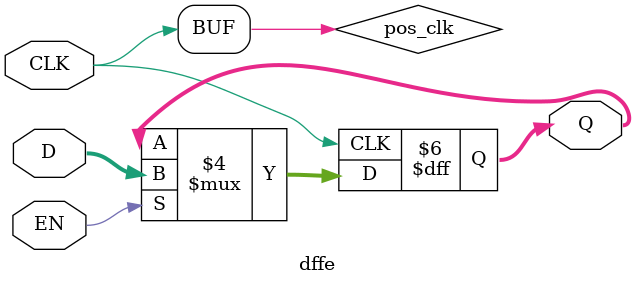
<source format=v>
module dffe (CLK, EN, D, Q);
    
    parameter WIDTH = 2;
    parameter CLK_POLARITY = 1'b1;
    parameter EN_POLARITY = 1'b1;
    
    input CLK, EN;
    input [WIDTH-1:0] D;
    output reg [WIDTH-1:0] Q;
    wire pos_clk = CLK == CLK_POLARITY;
    
    always @(posedge pos_clk) begin
        if (EN == EN_POLARITY) Q <= D;
    end
    
endmodule


</source>
